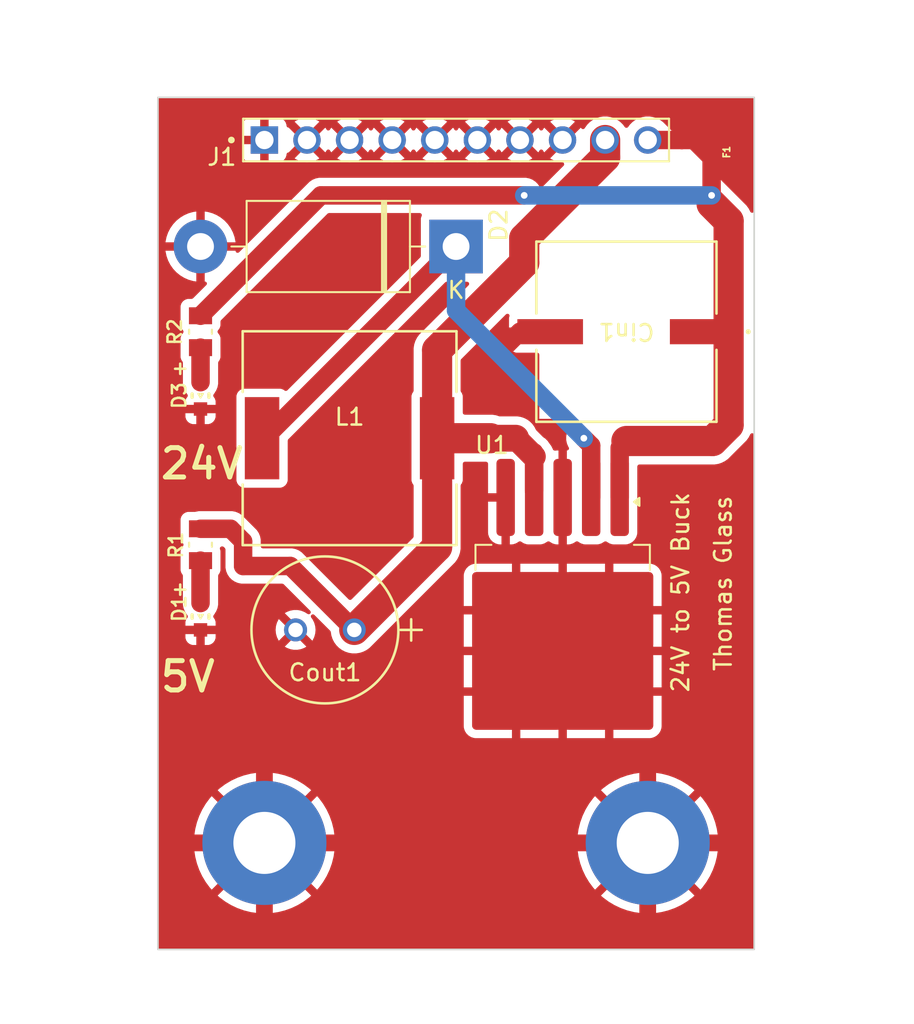
<source format=kicad_pcb>
(kicad_pcb (version 20240108) (generator "pcbnew") (generator_version "8.0")
  (layers (0 "F.Cu" signal) (31 "B.Cu" signal) (34 "B.Paste" user) (35 "F.Paste" user) (36 "B.SilkS" user "B.Silkscreen") (37 "F.SilkS" user "F.Silkscreen") (38 "B.Mask" user) (39 "F.Mask" user) (44 "Edge.Cuts" user))
  (net 0 "")
  (net 1 "/GND")
  (net 2 "Net-(U1-VIN)")
  (net 3 "/+5V")
  (net 4 "Net-(D1-Pad2)")
  (net 5 "Net-(D2-K)")
  (net 6 "Net-(D3-Pad2)")
  (net 7 "Net-(J1-Pin_10)")
  (footprint "220_cap:CAP_YX_8X11P5_RUB" (layer "F.Cu") (at 108.229254 101.6 180)
    (property "Reference" "Cout1" (at 1.75 -2.54 0) (layer "F.SilkS"))
    (property "Value" "220u")
    (property "VALUE" "" (hide yes))
    (fp_line (start -3.3935 -0.635) (end -3.3935 0.635) (stroke (width 0.1524)) (layer "F.SilkS"))
    (fp_line (start -4.0285 0) (end -2.7585 0) (stroke (width 0.1524)) (layer "F.SilkS"))
    (fp_circle (center 1.75 0) (end 6.1315 0) (stroke (width 0.1524)) (fill none) (layer "F.SilkS"))
    (pad "1" thru_hole circle (at 0 0 180) (size 1.3716 1.3716) (drill 0.8636) (layers "*.Cu" "*.Mask") (net 3 "/+5V"))
    (pad "2" thru_hole circle (at 3.500001 0 180) (size 1.3716 1.3716) (drill 0.8636) (layers "*.Cu" "*.Mask") (net 1 "/GND"))
  )
  (footprint "Package_TO_SOT_SMD:TO-263-5_TabPin3" (layer "F.Cu") (at 120.658005 101.352356 -90)
    (property "Reference" "U1" (at -10.765 4.22 180) (layer "F.SilkS"))
    (property "Value" "LM2596S-5")
    (property "VALUE" "" (hide yes))
    (fp_line (start -4.825 5.2) (end -4.825 4.25) (stroke (width 0.12)) (layer "F.SilkS"))
    (fp_line (start -3.325 5.2) (end -4.825 5.2) (stroke (width 0.12)) (layer "F.SilkS"))
    (fp_line (start -4.825 -5.2) (end -4.825 -4.25) (stroke (width 0.12)) (layer "F.SilkS"))
    (fp_line (start -3.325 -5.2) (end -4.825 -5.2) (stroke (width 0.12)) (layer "F.SilkS"))
    (fp_poly (pts (xy -7.3875 -4.25) (xy -7.6275 -4.58) (xy -7.1475 -4.58) (xy -7.3875 -4.25)) (stroke (width 0.12)) (fill solid) (layer "F.SilkS"))
    (pad "1" smd roundrect (at -7.65 -3.4 270) (size 4.6 1.1) (layers "F.Cu" "F.Paste" "F.Mask") (roundrect_rratio 0.227273) (net 2 "Net-(U1-VIN)"))
    (pad "2" smd roundrect (at -7.65 -1.7 270) (size 4.6 1.1) (layers "F.Cu" "F.Paste" "F.Mask") (roundrect_rratio 0.227273) (net 5 "Net-(D2-K)"))
    (pad "3" smd roundrect (at -7.65 0 270) (size 4.6 1.1) (layers "F.Cu" "F.Paste" "F.Mask") (roundrect_rratio 0.227273) (net 1 "/GND"))
    (pad "3" smd roundrect (at -0.925 -2.775 270) (size 4.55 5.25) (layers "F.Cu" "F.Paste") (roundrect_rratio 0.054945) (net 1 "/GND"))
    (pad "3" smd roundrect (at -0.925 2.775 270) (size 4.55 5.25) (layers "F.Cu" "F.Paste") (roundrect_rratio 0.054945) (net 1 "/GND"))
    (pad "3" smd roundrect (at 1.5 0 270) (size 9.4 10.8) (layers "F.Cu" "F.Mask") (roundrect_rratio 0.026596) (net 1 "/GND"))
    (pad "3" smd roundrect (at 3.925 -2.775 270) (size 4.55 5.25) (layers "F.Cu" "F.Paste") (roundrect_rratio 0.054945) (net 1 "/GND"))
    (pad "3" smd roundrect (at 3.925 2.775 270) (size 4.55 5.25) (layers "F.Cu" "F.Paste") (roundrect_rratio 0.054945) (net 1 "/GND"))
    (pad "4" smd roundrect (at -7.65 1.7 270) (size 4.6 1.1) (layers "F.Cu" "F.Paste" "F.Mask") (roundrect_rratio 0.227273) (net 3 "/+5V"))
    (pad "5" smd roundrect (at -7.65 3.4 270) (size 4.6 1.1) (layers "F.Cu" "F.Paste" "F.Mask") (roundrect_rratio 0.227273) (net 1 "/GND"))
  )
  (footprint "680_cap:CAP_FT_G_PAN" (layer "F.Cu") (at 124.46 83.82 180)
    (property "Reference" "Cin1" (at 0 0 180) (layer "F.SilkS"))
    (property "Value" "680u")
    (property "VALUE" "" (hide yes))
    (fp_line (start 5.3721 5.3721) (end 5.3721 1.08204) (stroke (width 0.1524)) (layer "F.SilkS"))
    (fp_line (start 5.3721 -1.08204) (end 5.3721 -5.3721) (stroke (width 0.1524)) (layer "F.SilkS"))
    (fp_line (start 5.3721 -5.3721) (end -5.3721 -5.3721) (stroke (width 0.1524)) (layer "F.SilkS"))
    (fp_line (start -5.3721 5.3721) (end 5.3721 5.3721) (stroke (width 0.1524)) (layer "F.SilkS"))
    (fp_line (start -5.3721 1.08204) (end -5.3721 5.3721) (stroke (width 0.1524)) (layer "F.SilkS"))
    (fp_line (start -5.3721 -5.3721) (end -5.3721 -1.08204) (stroke (width 0.1524)) (layer "F.SilkS"))
    (fp_circle (center -7.2644 0) (end -7.1882 0) (stroke (width 0.1524)) (fill none) (layer "F.SilkS"))
    (pad "1" smd rect (at -4.5466 0 180) (size 3.9116 1.4986) (layers "F.Cu" "F.Paste" "F.Mask") (net 2 "Net-(U1-VIN)"))
    (pad "2" smd rect (at 4.5466 0 180) (size 3.9116 1.4986) (layers "F.Cu" "F.Paste" "F.Mask") (net 1 "/GND"))
    (zone (net 0) (net_name "") (layer "F.Cu") (connect_pads (clearance 0)) (min_thickness 0.254)
      (keepout (tracks not_allowed) (vias not_allowed) (pads allowed) (copperpour not_allowed) (footprints allowed))
      (fill (thermal_gap 0.508) (thermal_bridge_width 0.508))
      (polygon (pts (xy 127 84.6201) (xy 121.92 84.6201) (xy 121.92 83.0199) (xy 127 83.0199)))
    )
    (zone (net 0) (net_name "") (layer "F.Cu") (connect_pads (clearance 0)) (min_thickness 0.254)
      (keepout (tracks not_allowed) (vias not_allowed) (pads allowed) (copperpour not_allowed) (footprints allowed))
      (fill (thermal_gap 0.508) (thermal_bridge_width 0.508))
      (polygon (pts (xy 129.6543 83.0199) (xy 119.2657 83.0199) (xy 119.2657 78.6257) (xy 129.6543 78.6257)))
    )
    (zone (net 0) (net_name "") (layer "F.Cu") (connect_pads (clearance 0)) (min_thickness 0.254)
      (keepout (tracks not_allowed) (vias not_allowed) (pads allowed) (copperpour not_allowed) (footprints allowed))
      (fill (thermal_gap 0.508) (thermal_bridge_width 0.508))
      (polygon (pts (xy 129.6543 89.0143) (xy 119.2657 89.0143) (xy 119.2657 84.6201) (xy 129.6543 84.6201)))
    )
  )
  (footprint "WL-SMCW_0603:WL-SMCW_0603" (layer "F.Cu") (at 99.06 100.8 90)
    (property "Reference" "D1" (at 0.47 -1.27 90) (layer "F.SilkS") (effects (font (size 0.8 0.8))))
    (property "Value" "150060VS75000")
    (property "VALUE" "" (hide yes))
    (fp_line (start -0.1 -0.5) (end 0.1 -0.5) (stroke (width 0.2)) (layer "F.SilkS"))
    (fp_line (start 0.11 -0.14) (end 0.11 0.15) (stroke (width 0.1)) (layer "F.SilkS"))
    (fp_line (start -0.13 0) (end 0.11 -0.14) (stroke (width 0.1)) (layer "F.SilkS"))
    (fp_line (start 0.11 0.15) (end -0.13 0) (stroke (width 0.1)) (layer "F.SilkS"))
    (fp_line (start 0.1 0.5) (end -0.1 0.5) (stroke (width 0.2)) (layer "F.SilkS"))
    (fp_text user "+" (at 1.6 -1.27 90) (layer "F.SilkS") (effects (font (size 0.8 0.8))))
    (pad "1" smd rect (at -0.8 0 90) (size 0.8 0.8) (layers "F.Cu" "F.Paste" "F.Mask") (net 1 "/GND"))
    (pad "2" smd rect (at 0.8 0 90) (size 0.8 0.8) (layers "F.Cu" "F.Paste" "F.Mask") (net 4 "Net-(D1-Pad2)"))
  )
  (footprint "RMCF0805JT1K10:RESC2012X65N" (layer "F.Cu") (at 99.06 96.52 -90)
    (property "Reference" "R1" (at 0.025254 1.46996 90) (layer "F.SilkS") (effects (font (size 0.8 0.8))))
    (property "Value" "1.1k")
    (property "VALUE" "" (hide yes))
    (fp_line (start -0.12 0.68) (end 0.12 0.68) (stroke (width 0.127)) (layer "F.SilkS"))
    (fp_line (start -0.12 -0.68) (end 0.12 -0.68) (stroke (width 0.127)) (layer "F.SilkS"))
    (pad "1" smd rect (at -0.95 0 270) (size 1.01 1.38) (layers "F.Cu" "F.Paste" "F.Mask") (net 3 "/+5V"))
    (pad "2" smd rect (at 0.95 0 270) (size 1.01 1.38) (layers "F.Cu" "F.Paste" "F.Mask") (net 4 "Net-(D1-Pad2)"))
  )
  (footprint "MountingHole:MountingHole_3.7mm_Pad" (layer "F.Cu") (at 125.73 114.3)
    (property "Reference" "REF1" (hide yes))
    (property "Value" "MountingHole_3.7mm_Pad")
    (pad "" thru_hole circle (at 0 0) (size 7.4 7.4) (drill 3.7) (layers "*.Cu" "*.Mask") (net 1 "/GND"))
  )
  (footprint "WL-SMCW_0603:WL-SMCW_0603" (layer "F.Cu") (at 99.06 87.63 90)
    (property "Reference" "D3" (at 0 -1.27 90) (layer "F.SilkS") (effects (font (size 0.8 0.8))))
    (property "Value" "150060RS75000")
    (property "VALUE" "" (hide yes))
    (fp_line (start -0.1 -0.5) (end 0.1 -0.5) (stroke (width 0.2)) (layer "F.SilkS"))
    (fp_line (start 0.11 -0.14) (end 0.11 0.15) (stroke (width 0.1)) (layer "F.SilkS"))
    (fp_line (start -0.13 0) (end 0.11 -0.14) (stroke (width 0.1)) (layer "F.SilkS"))
    (fp_line (start 0.11 0.15) (end -0.13 0) (stroke (width 0.1)) (layer "F.SilkS"))
    (fp_line (start 0.1 0.5) (end -0.1 0.5) (stroke (width 0.2)) (layer "F.SilkS"))
    (fp_text user "+" (at 1.6 -1.27 90) (layer "F.SilkS") (effects (font (size 0.8 0.8))))
    (pad "1" smd rect (at -0.8 0 90) (size 0.8 0.8) (layers "F.Cu" "F.Paste" "F.Mask") (net 1 "/GND"))
    (pad "2" smd rect (at 0.8 0 90) (size 0.8 0.8) (layers "F.Cu" "F.Paste" "F.Mask") (net 6 "Net-(D3-Pad2)"))
  )
  (footprint "Diode_THT:D_DO-201AD_P15.24mm_Horizontal" (layer "F.Cu") (at 114.3 78.74 180)
    (property "Reference" "D2" (at -2.54 1.27 90) (layer "F.SilkS"))
    (property "Value" "1N5822")
    (property "VALUE" "" (hide yes))
    (fp_line (start 13.4 0) (end 12.49 0) (stroke (width 0.12)) (layer "F.SilkS"))
    (fp_line (start 12.49 2.72) (end 12.49 -2.72) (stroke (width 0.12)) (layer "F.SilkS"))
    (fp_line (start 12.49 -2.72) (end 2.75 -2.72) (stroke (width 0.12)) (layer "F.SilkS"))
    (fp_line (start 4.415 -2.72) (end 4.415 2.72) (stroke (width 0.12)) (layer "F.SilkS"))
    (fp_line (start 4.295 -2.72) (end 4.295 2.72) (stroke (width 0.12)) (layer "F.SilkS"))
    (fp_line (start 4.175 -2.72) (end 4.175 2.72) (stroke (width 0.12)) (layer "F.SilkS"))
    (fp_line (start 2.75 2.72) (end 12.49 2.72) (stroke (width 0.12)) (layer "F.SilkS"))
    (fp_line (start 2.75 -2.72) (end 2.75 2.72) (stroke (width 0.12)) (layer "F.SilkS"))
    (fp_line (start 1.84 0) (end 2.75 0) (stroke (width 0.12)) (layer "F.SilkS"))
    (fp_text user "K" (at 0 -2.6 0) (layer "F.SilkS"))
    (pad "1" thru_hole rect (at 0 0 180) (size 3.2 3.2) (drill 1.6) (layers "*.Cu" "*.Mask") (net 5 "Net-(D2-K)"))
    (pad "2" thru_hole oval (at 15.24 0 180) (size 3.2 3.2) (drill 1.6) (layers "*.Cu" "*.Mask") (net 1 "/GND"))
  )
  (footprint "ERB_RD2R50X:FUSC0402X49N" (layer "F.Cu") (at 129.54 72.825 -90)
    (property "Reference" "F1" (at 0.29 -0.9 90) (layer "F.SilkS") (effects (font (size 0.393701 0.393701))))
    (property "Value" "ERBRD2R50X")
    (pad "1" smd rect (at -0.435 0 270) (size 0.56 0.64) (layers "F.Cu" "F.Paste" "F.Mask") (net 7 "Net-(J1-Pin_10)"))
    (pad "2" smd rect (at 0.435 0 270) (size 0.56 0.64) (layers "F.Cu" "F.Paste" "F.Mask") (net 2 "Net-(U1-VIN)"))
  )
  (footprint "DR127_330_R1:IND_DR127-330-R_EAT" (layer "F.Cu") (at 107.95 90.17)
    (property "Reference" "L1" (at 0 -1.27 0) (layer "F.SilkS"))
    (property "Value" "33u")
    (property "VALUE" "" (hide yes))
    (fp_line (start -6.3754 -6.3754) (end -6.3754 -2.75865) (stroke (width 0.1524)) (layer "F.SilkS"))
    (fp_line (start -6.3754 2.75865) (end -6.3754 6.3754) (stroke (width 0.1524)) (layer "F.SilkS"))
    (fp_line (start -6.3754 6.3754) (end 6.3754 6.3754) (stroke (width 0.1524)) (layer "F.SilkS"))
    (fp_line (start 6.3754 -6.3754) (end -6.3754 -6.3754) (stroke (width 0.1524)) (layer "F.SilkS"))
    (fp_line (start 6.3754 -2.75865) (end 6.3754 -6.3754) (stroke (width 0.1524)) (layer "F.SilkS"))
    (fp_line (start 6.3754 6.3754) (end 6.3754 2.75865) (stroke (width 0.1524)) (layer "F.SilkS"))
    (pad "1" smd rect (at -5.2197 0) (size 2.0574 4.9022) (layers "F.Cu" "F.Paste" "F.Mask") (net 5 "Net-(D2-K)"))
    (pad "2" smd rect (at 5.2197 0) (size 2.0574 4.9022) (layers "F.Cu" "F.Paste" "F.Mask") (net 3 "/+5V"))
  )
  (footprint "10pin Socket:PRECI-DIP_310-87-110-41-001101" (layer "F.Cu") (at 114.3 72.39)
    (property "Reference" "J1" (at -13.97 1.016 0) (layer "F.SilkS"))
    (property "Value" "Conn_01x10_Socket")
    (property "VALUE" "" (hide yes))
    (fp_line (start -12.7 -1.27) (end 12.7 -1.27) (stroke (width 0.127)) (layer "F.SilkS"))
    (fp_line (start -12.7 1.27) (end -12.7 -1.27) (stroke (width 0.127)) (layer "F.SilkS"))
    (fp_line (start 12.7 -1.27) (end 12.7 1.27) (stroke (width 0.127)) (layer "F.SilkS"))
    (fp_line (start 12.7 1.27) (end -12.7 1.27) (stroke (width 0.127)) (layer "F.SilkS"))
    (fp_circle (center -13.4 0) (end -13.3 0) (stroke (width 0.2)) (fill none) (layer "F.SilkS"))
    (pad "1" thru_hole rect (at -11.43 0) (size 1.635 1.635) (drill 1.09) (layers "*.Cu" "*.Mask") (net 1 "/GND"))
    (pad "2" thru_hole circle (at -8.89 0) (size 1.635 1.635) (drill 1.09) (layers "*.Cu" "*.Mask") (net 1 "/GND"))
    (pad "3" thru_hole circle (at -6.35 0) (size 1.635 1.635) (drill 1.09) (layers "*.Cu" "*.Mask") (net 1 "/GND"))
    (pad "4" thru_hole circle (at -3.81 0) (size 1.635 1.635) (drill 1.09) (layers "*.Cu" "*.Mask") (net 1 "/GND"))
    (pad "5" thru_hole circle (at -1.27 0) (size 1.635 1.635) (drill 1.09) (layers "*.Cu" "*.Mask") (net 1 "/GND"))
    (pad "6" thru_hole circle (at 1.27 0) (size 1.635 1.635) (drill 1.09) (layers "*.Cu" "*.Mask") (net 1 "/GND"))
    (pad "7" thru_hole circle (at 3.81 0) (size 1.635 1.635) (drill 1.09) (layers "*.Cu" "*.Mask") (net 1 "/GND"))
    (pad "8" thru_hole circle (at 6.35 0) (size 1.635 1.635) (drill 1.09) (layers "*.Cu" "*.Mask") (net 1 "/GND"))
    (pad "9" thru_hole circle (at 8.89 0) (size 1.635 1.635) (drill 1.09) (layers "*.Cu" "*.Mask") (net 3 "/+5V"))
    (pad "10" thru_hole circle (at 11.43 0) (size 1.635 1.635) (drill 1.09) (layers "*.Cu" "*.Mask") (net 7 "Net-(J1-Pin_10)"))
  )
  (footprint "MountingHole:MountingHole_3.7mm_Pad" (layer "F.Cu") (at 102.87 114.3)
    (property "Reference" "REF1" (hide yes))
    (property "Value" "MountingHole_3.7mm_Pad")
    (pad "" thru_hole circle (at 0 0) (size 7.4 7.4) (drill 3.7) (layers "*.Cu" "*.Mask") (net 1 "/GND"))
  )
  (footprint "RMCF0805JT1K10:RESC2012X65N" (layer "F.Cu") (at 99.06 83.82 -90)
    (property "Reference" "R2" (at 0.009458 1.534666 90) (layer "F.SilkS") (effects (font (size 0.8 0.8))))
    (property "Value" "1.1k")
    (property "VALUE" "" (hide yes))
    (fp_line (start -0.12 0.68) (end 0.12 0.68) (stroke (width 0.127)) (layer "F.SilkS"))
    (fp_line (start -0.12 -0.68) (end 0.12 -0.68) (stroke (width 0.127)) (layer "F.SilkS"))
    (pad "1" smd rect (at -0.95 0 270) (size 1.01 1.38) (layers "F.Cu" "F.Paste" "F.Mask") (net 2 "Net-(U1-VIN)"))
    (pad "2" smd rect (at 0.95 0 270) (size 1.01 1.38) (layers "F.Cu" "F.Paste" "F.Mask") (net 6 "Net-(D3-Pad2)"))
  )
  (gr_rect (start 96.52 69.85) (end 132.08 120.65) (stroke (width 0.1)) (fill none) (layer "Edge.Cuts"))
  (gr_text "Thomas Glass" (at 130.81 104.14 90) (layer "F.SilkS") (effects (font (size 1 1)) (justify left bottom)))
  (gr_text "5V" (at 96.52 105.41 0) (layer "F.SilkS") (effects (font (size 1.75 1.75) (thickness 0.3)) (justify left bottom)))
  (gr_text "24V to 5V Buck" (at 128.27 105.41 90) (layer "F.SilkS") (effects (font (size 1 1)) (justify left bottom)))
  (gr_text "24V" (at 96.52 92.71 0) (layer "F.SilkS") (effects (font (size 1.75 1.75) (thickness 0.3) (bold yes)) (justify left bottom)))
  (segment (start 107.95 114.3) (end 102.87 114.3) (width 1) (layer "F.Cu") (net 1))
  (segment (start 118.11 83.82) (end 116.84 85.09) (width 1.1) (layer "F.Cu") (net 1))
  (segment (start 125.73 109.22) (end 125.73 114.3) (width 1) (layer "F.Cu") (net 1))
  (segment (start 102.87 114.3) (end 102.87 119.38) (width 1) (layer "F.Cu") (net 1))
  (segment (start 125.73 114.3) (end 120.65 114.3) (width 1) (layer "F.Cu") (net 1))
  (segment (start 125.73 114.3) (end 125.73 119.38) (width 1) (layer "F.Cu") (net 1))
  (segment (start 119.9134 83.82) (end 118.7069 83.82) (width 0.25) (layer "F.Cu") (net 1))
  (segment (start 130.81 114.3) (end 125.73 114.3) (width 1) (layer "F.Cu") (net 1))
  (segment (start 102.87 114.3) (end 97.79 114.3) (width 1) (layer "F.Cu") (net 1))
  (segment (start 118.7069 83.82) (end 118.11 84.4169) (width 0.25) (layer "F.Cu") (net 1))
  (segment (start 119.9134 83.82) (end 118.11 83.82) (width 0.25) (layer "F.Cu") (net 1))
  (segment (start 102.87 109.22) (end 102.87 114.3) (width 1) (layer "F.Cu") (net 1))
  (segment (start 106.238 75.692) (end 118.364 75.692) (width 1.1) (layer "F.Cu") (net 2))
  (segment (start 124.46 90.335) (end 129.606392 90.335) (width 1.8) (layer "F.Cu") (net 2))
  (segment (start 130.5543 89.387092) (end 130.5543 77.2143) (width 1.8) (layer "F.Cu") (net 2))
  (segment (start 129.54 75.692) (end 129.54 73.66) (width 1.1) (layer "F.Cu") (net 2))
  (segment (start 129.54 73.26) (end 129.54 73.66) (width 0.5) (layer "F.Cu") (net 2))
  (segment (start 129.606392 90.335) (end 130.5543 89.387092) (width 1.8) (layer "F.Cu") (net 2))
  (segment (start 124.058005 90.736995) (end 124.46 90.335) (width 0.25) (layer "F.Cu") (net 2))
  (segment (start 130.5543 77.2143) (end 129.54 76.2) (width 1.8) (layer "F.Cu") (net 2))
  (segment (start 124.058005 93.702356) (end 124.058005 90.736995) (width 1.1) (layer "F.Cu") (net 2))
  (segment (start 99.06 82.87) (end 106.238 75.692) (width 1.1) (layer "F.Cu") (net 2))
  (via (at 129.54 75.692) (size 0.8) (drill 0.4) (layers "F.Cu" "B.Cu") (net 2))
  (via (at 118.364 75.692) (size 0.8) (drill 0.4) (layers "F.Cu" "B.Cu") (net 2))
  (segment (start 118.364 75.692) (end 129.54 75.692) (width 1.1) (layer "B.Cu") (net 2))
  (segment (start 101.6 97.79) (end 101.6 96.32) (width 1.1) (layer "F.Cu") (net 3))
  (segment (start 113.1697 90.17) (end 113.1697 96.659554) (width 1.8) (layer "F.Cu") (net 3))
  (segment (start 113.1697 96.659554) (end 108.229254 101.6) (width 1.8) (layer "F.Cu") (net 3))
  (segment (start 113.1697 84.9103) (end 118.3657 79.7143) (width 1.8) (layer "F.Cu") (net 3))
  (segment (start 118.3657 79.7143) (end 118.3657 78.252908) (width 1.8) (layer "F.Cu") (net 3))
  (segment (start 118.3657 78.252908) (end 123.19 73.428608) (width 1.8) (layer "F.Cu") (net 3))
  (segment (start 99.06 95.57) (end 99.38 95.57) (width 0.25) (layer "F.Cu") (net 3))
  (segment (start 118.95 91.264) (end 117.856 90.17) (width 1.4) (layer "F.Cu") (net 3))
  (segment (start 101.6 97.79) (end 104.419254 97.79) (width 1.1) (layer "F.Cu") (net 3))
  (segment (start 117.856 90.17) (end 116.84 90.17) (width 1.6) (layer "F.Cu") (net 3))
  (segment (start 123.19 73.428608) (end 123.19 72.39) (width 1.8) (layer "F.Cu") (net 3))
  (segment (start 104.419254 97.79) (end 108.229254 101.6) (width 1.1) (layer "F.Cu") (net 3))
  (segment (start 100.85 95.57) (end 99.06 95.57) (width 1.1) (layer "F.Cu") (net 3))
  (segment (start 101.6 96.32) (end 100.85 95.57) (width 1.1) (layer "F.Cu") (net 3))
  (segment (start 113.1697 90.17) (end 113.1697 84.9103) (width 1.8) (layer "F.Cu") (net 3))
  (segment (start 118.95 93.285) (end 118.95 91.01) (width 1.1) (layer "F.Cu") (net 3))
  (segment (start 113.1697 90.17) (end 116.3591 90.17) (width 1.8) (layer "F.Cu") (net 3))
  (segment (start 99.06 97.47) (end 99.06 100) (width 1.1) (layer "F.Cu") (net 4))
  (segment (start 122.358005 90.608005) (end 122.358005 93.702356) (width 1.1) (layer "F.Cu") (net 5))
  (segment (start 114.3 78.74) (end 102.87 90.17) (width 1.1) (layer "F.Cu") (net 5))
  (segment (start 102.87 90.17) (end 102.7303 90.17) (width 1.1) (layer "F.Cu") (net 5))
  (segment (start 121.92 90.17) (end 122.358005 90.608005) (width 1.1) (layer "F.Cu") (net 5))
  (via (at 121.92 90.17) (size 0.8) (drill 0.4) (layers "F.Cu" "B.Cu") (net 5))
  (segment (start 114.3 78.74) (end 114.3 82.55) (width 1.1) (layer "B.Cu") (net 5))
  (segment (start 114.3 82.55) (end 121.92 90.17) (width 1.1) (layer "B.Cu") (net 5))
  (segment (start 99.06 84.77) (end 99.06 86.83) (width 1.1) (layer "F.Cu") (net 6))
  (segment (start 125.73 72.39) (end 127.762 72.39) (width 1.1) (layer "F.Cu") (net 7))
  (segment (start 127.762 72.39) (end 127.922 72.23) (width 1.1) (layer "F.Cu") (net 7))
  (segment (start 127.922 72.23) (end 129.032 72.23) (width 1.1) (layer "F.Cu") (net 7))
  (segment (start 129.54 72.39) (end 128.47 72.39) (width 0.7) (layer "F.Cu") (net 7))
  (segment (start 127.762 72.39) (end 128.47 72.39) (width 1.1) (layer "F.Cu") (net 7))
  (zone (net 1) (net_name "/GND") (layer "F.Cu") (connect_pads (clearance 0.5)) (min_thickness 0.25) (fill yes (thermal_gap 0.5) (thermal_bridge_width 0.5))
    (polygon (pts (xy 96.52 69.85) (xy 96.52 120.65) (xy 132.08 120.65) (xy 132.08 69.85)))
  )
)
</source>
